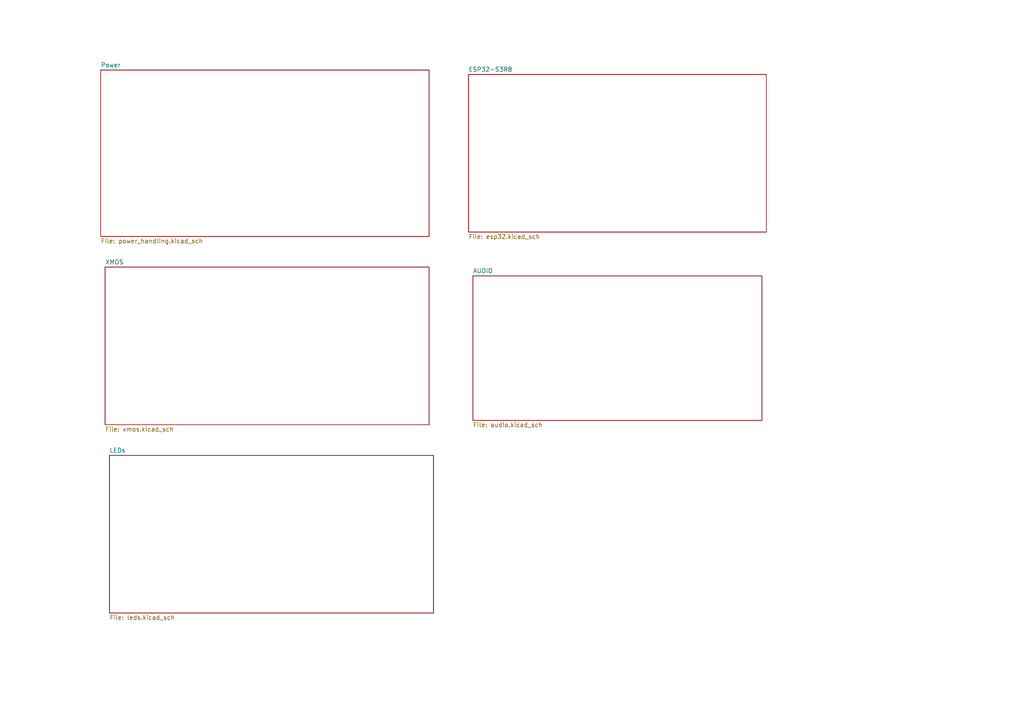
<source format=kicad_sch>
(kicad_sch
	(version 20250114)
	(generator "eeschema")
	(generator_version "9.0")
	(uuid "204e071a-14ed-47a0-be54-332ac2b951cf")
	(paper "A4")
	(title_block
		(title "Home mini drop in PCB replacement")
		(rev "v1")
		(company "by iMike78 (inpired by Onju voice and HA VPE)")
	)
	(lib_symbols)
	(sheet
		(at 31.75 132.08)
		(size 93.98 45.72)
		(exclude_from_sim no)
		(in_bom yes)
		(on_board yes)
		(dnp no)
		(fields_autoplaced yes)
		(stroke
			(width 0.1524)
			(type solid)
		)
		(fill
			(color 0 0 0 0.0000)
		)
		(uuid "18f90dfa-9bd7-48d0-80c5-47366522e296")
		(property "Sheetname" "LEDs"
			(at 31.75 131.3684 0)
			(effects
				(font
					(size 1.27 1.27)
				)
				(justify left bottom)
			)
		)
		(property "Sheetfile" "leds.kicad_sch"
			(at 31.75 178.3846 0)
			(effects
				(font
					(size 1.27 1.27)
				)
				(justify left top)
			)
		)
		(instances
			(project "home-mini-DiP-v1"
				(path "/204e071a-14ed-47a0-be54-332ac2b951cf"
					(page "6")
				)
			)
		)
	)
	(sheet
		(at 29.21 20.32)
		(size 95.25 48.26)
		(exclude_from_sim no)
		(in_bom yes)
		(on_board yes)
		(dnp no)
		(fields_autoplaced yes)
		(stroke
			(width 0.1524)
			(type solid)
		)
		(fill
			(color 0 0 0 0.0000)
		)
		(uuid "1e1926d7-db4f-450f-be85-739e9691d6cf")
		(property "Sheetname" "Power"
			(at 29.21 19.6084 0)
			(effects
				(font
					(size 1.27 1.27)
				)
				(justify left bottom)
			)
		)
		(property "Sheetfile" "power_handling.kicad_sch"
			(at 29.21 69.1646 0)
			(effects
				(font
					(size 1.27 1.27)
				)
				(justify left top)
			)
		)
		(instances
			(project "home-mini-DiP-v1"
				(path "/204e071a-14ed-47a0-be54-332ac2b951cf"
					(page "2")
				)
			)
		)
	)
	(sheet
		(at 137.16 80.01)
		(size 83.82 41.91)
		(exclude_from_sim no)
		(in_bom yes)
		(on_board yes)
		(dnp no)
		(fields_autoplaced yes)
		(stroke
			(width 0.1524)
			(type solid)
		)
		(fill
			(color 0 0 0 0.0000)
		)
		(uuid "62ce711e-2967-4164-94ee-cdd918e5185e")
		(property "Sheetname" "AUDIO"
			(at 137.16 79.2984 0)
			(effects
				(font
					(size 1.27 1.27)
				)
				(justify left bottom)
			)
		)
		(property "Sheetfile" "audio.kicad_sch"
			(at 137.16 122.5046 0)
			(effects
				(font
					(size 1.27 1.27)
				)
				(justify left top)
			)
		)
		(instances
			(project "home-mini-DiP-v1"
				(path "/204e071a-14ed-47a0-be54-332ac2b951cf"
					(page "5")
				)
			)
		)
	)
	(sheet
		(at 135.89 21.59)
		(size 86.36 45.72)
		(exclude_from_sim no)
		(in_bom yes)
		(on_board yes)
		(dnp no)
		(fields_autoplaced yes)
		(stroke
			(width 0.1524)
			(type solid)
		)
		(fill
			(color 0 0 0 0.0000)
		)
		(uuid "9225bf54-69e7-451b-b0f1-a75bb133308e")
		(property "Sheetname" "ESP32-S3R8"
			(at 135.89 20.8784 0)
			(effects
				(font
					(size 1.27 1.27)
				)
				(justify left bottom)
			)
		)
		(property "Sheetfile" "esp32.kicad_sch"
			(at 135.89 67.8946 0)
			(effects
				(font
					(size 1.27 1.27)
				)
				(justify left top)
			)
		)
		(instances
			(project "home-mini-DiP-v1"
				(path "/204e071a-14ed-47a0-be54-332ac2b951cf"
					(page "3")
				)
			)
		)
	)
	(sheet
		(at 30.48 77.47)
		(size 93.98 45.72)
		(exclude_from_sim no)
		(in_bom yes)
		(on_board yes)
		(dnp no)
		(fields_autoplaced yes)
		(stroke
			(width 0.1524)
			(type solid)
		)
		(fill
			(color 0 0 0 0.0000)
		)
		(uuid "e7be5fc3-f0fe-4302-b3d4-c1d51cfac7bc")
		(property "Sheetname" "XMOS"
			(at 30.48 76.7584 0)
			(effects
				(font
					(size 1.27 1.27)
				)
				(justify left bottom)
			)
		)
		(property "Sheetfile" "xmos.kicad_sch"
			(at 30.48 123.7746 0)
			(effects
				(font
					(size 1.27 1.27)
				)
				(justify left top)
			)
		)
		(instances
			(project "home-mini-DiP-v1"
				(path "/204e071a-14ed-47a0-be54-332ac2b951cf"
					(page "4")
				)
			)
		)
	)
	(sheet_instances
		(path "/"
			(page "1")
		)
	)
	(embedded_fonts no)
)

</source>
